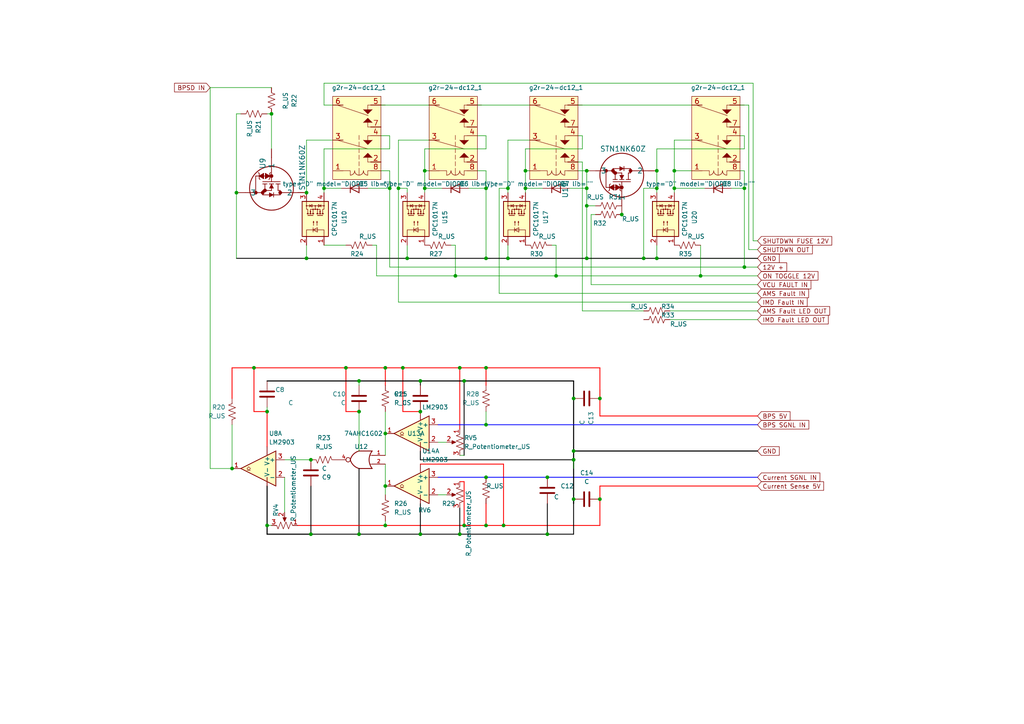
<source format=kicad_sch>
(kicad_sch (version 20211123) (generator eeschema)
  (paper "A4")
  (lib_symbols
    (symbol "74xGxx:74AHC1G02" (pin_names (offset 1.016))
      (property "Reference" "U" (at -2.54 3.81 0))
      (property "Value" "74AHC1G02" (at 0 -3.81 0))
      (symbol "74AHC1G02_0_1"
        (arc (start -3.81 -2.54) (mid -2.919 0) (end -3.81 2.54) (stroke (width 0.254)))
        (arc (start 0 -2.54) (mid 1.5993 -1.6027) (end 2.54 0) (stroke (width 0.254)))
        (polyline (pts (xy -3.81 -1.27) (xy -3.175 -1.27)))
        (polyline (pts (xy -3.81 1.27) (xy -3.175 1.27)))
        (polyline (pts (xy 0 -2.54) (xy -3.81 -2.54)) (stroke (width 0.254)) (fill (type background)))
        (polyline (pts (xy 0 2.54) (xy -3.81 2.54)) (stroke (width 0.254)) (fill (type background)))
        (arc (start 2.54 0) (mid 1.6119 1.6152) (end 0 2.54) (stroke (width 0.254)))
      )
      (symbol "74AHC1G02_1_1"
        (pin input line (at -7.62 1.27 0) (length 3.81) (name "~") (number "1"))
        (pin input line (at -7.62 -1.27 0) (length 3.81) (name "~") (number "2"))
        (pin power_in line (at 0 -2.54 270) (length 0) hide (name "GND") (number "3"))
        (pin output inverted (at 6.35 0 180) (length 3.81) (name "~") (number "4"))
        (pin power_in line (at 0 2.54 90) (length 0) hide (name "VCC") (number "5"))
      )
    )
    (symbol "Device:C" (pin_numbers hide) (pin_names (offset 0.254))
      (property "Reference" "C" (at 0.635 2.54 0))
      (property "Value" "C" (at 0.635 -2.54 0))
      (symbol "C_0_1"
        (polyline (pts (xy -2.032 -0.762) (xy 2.032 -0.762)) (stroke (width 0.508)))
        (polyline (pts (xy -2.032 0.762) (xy 2.032 0.762)) (stroke (width 0.508)))
      )
      (symbol "C_1_1"
        (pin passive line (at 0 3.81 270) (length 2.794) (name "~") (number "1"))
        (pin passive line (at 0 -3.81 90) (length 2.794) (name "~") (number "2"))
      )
    )
    (symbol "Device:R_Potentiometer_US" (pin_names (offset 1.016) hide)
      (property "Reference" "RV" (at -4.445 0 90))
      (property "Value" "R_Potentiometer_US" (at -2.54 0 90))
      (symbol "R_Potentiometer_US_0_1"
        (polyline (pts (xy 0 -2.286) (xy 0 -2.54)))
        (polyline (pts (xy 0 2.54) (xy 0 2.286)))
        (polyline (pts (xy 2.54 0) (xy 1.524 0)))
        (polyline (pts (xy 1.143 0) (xy 2.286 0.508) (xy 2.286 -0.508) (xy 1.143 0)) (fill (type outline)))
        (polyline (pts (xy 0 -0.762) (xy 1.016 -1.143) (xy 0 -1.524) (xy -1.016 -1.905) (xy 0 -2.286)))
        (polyline (pts (xy 0 0.762) (xy 1.016 0.381) (xy 0 0) (xy -1.016 -0.381) (xy 0 -0.762)))
        (polyline (pts (xy 0 2.286) (xy 1.016 1.905) (xy 0 1.524) (xy -1.016 1.143) (xy 0 0.762)))
      )
      (symbol "R_Potentiometer_US_1_1"
        (pin passive line (at 0 3.81 270) (length 1.27) (name "1") (number "1"))
        (pin passive line (at 3.81 0 180) (length 1.27) (name "2") (number "2"))
        (pin passive line (at 0 -3.81 90) (length 1.27) (name "3") (number "3"))
      )
    )
    (symbol "Device:R_US" (pin_numbers hide) (pin_names (offset 0))
      (property "Reference" "R" (at 2.54 0 90))
      (property "Value" "R_US" (at -2.54 0 90))
      (symbol "R_US_0_1"
        (polyline (pts (xy 0 -2.286) (xy 0 -2.54)))
        (polyline (pts (xy 0 2.286) (xy 0 2.54)))
        (polyline (pts (xy 0 -0.762) (xy 1.016 -1.143) (xy 0 -1.524) (xy -1.016 -1.905) (xy 0 -2.286)))
        (polyline (pts (xy 0 0.762) (xy 1.016 0.381) (xy 0 0) (xy -1.016 -0.381) (xy 0 -0.762)))
        (polyline (pts (xy 0 2.286) (xy 1.016 1.905) (xy 0 1.524) (xy -1.016 1.143) (xy 0 0.762)))
      )
      (symbol "R_US_1_1"
        (pin passive line (at 0 3.81 270) (length 1.27) (name "~") (number "1"))
        (pin passive line (at 0 -3.81 90) (length 1.27) (name "~") (number "2"))
      )
    )
    (symbol "FSAE DMS-23 Components:LM2903" (pin_names (offset 0.127))
      (property "Reference" "U" (at 3.81 3.81 0))
      (property "Value" "LM2903" (at 6.35 -3.81 0))
      (symbol "LM2903_0_0"
        (text "" (at -2.54 -5.08 0) (effects (font (size 1.27 1.27))))
      )
      (symbol "LM2903_1_1"
        (polyline (pts (xy -5.08 5.08) (xy 5.08 0) (xy -5.08 -5.08) (xy -5.08 5.08)) (stroke (width 0.254)) (fill (type background)))
        (polyline (pts (xy 3.302 -0.508) (xy 2.794 -0.508) (xy 3.302 0) (xy 2.794 0.508) (xy 2.286 0) (xy 2.794 -0.508) (xy 2.286 -0.508)) (stroke (width 0.127)))
        (pin input line (at -2.54 6.35 270) (length 2.54) (name "V+") (number ""))
        (pin input line (at -2.54 -5.08 90) (length 2.54) (name "V-") (number ""))
        (pin open_collector line (at 7.62 0 180) (length 2.54) (name "~") (number "1"))
        (pin input line (at -7.62 -2.54 0) (length 2.54) (name "-") (number "2"))
        (pin input line (at -7.62 2.54 0) (length 2.54) (name "+") (number "3"))
      )
      (symbol "LM2903_2_1"
        (polyline (pts (xy -5.08 5.08) (xy 5.08 0) (xy -5.08 -5.08) (xy -5.08 5.08)) (stroke (width 0.254)) (fill (type background)))
        (polyline (pts (xy 3.302 -0.508) (xy 2.794 -0.508) (xy 3.302 0) (xy 2.794 0.508) (xy 2.286 0) (xy 2.794 -0.508) (xy 2.286 -0.508)) (stroke (width 0.127)))
        (pin input line (at -7.62 2.54 0) (length 2.54) (name "+") (number "5"))
        (pin input line (at -7.62 -2.54 0) (length 2.54) (name "-") (number "6"))
        (pin open_collector line (at 7.62 0 180) (length 2.54) (name "~") (number "7"))
      )
      (symbol "LM2903_3_1"
        (pin power_in line (at -2.54 -7.62 90) (length 3.81) (name "V-") (number "4"))
        (pin power_in line (at -2.54 7.62 270) (length 3.81) (name "V+") (number "8"))
      )
    )
    (symbol "FSAE DMS-23 Components:g2r-24-dc12_1"
      (property "Value" "g2r-24-dc12_1" (at 5.08 38.1 0))
      (symbol "g2r-24-dc12_1_0_1"
        (rectangle (start -7.62 0) (end 6.35 -24.13) (fill (type background)))
      )
      (symbol "g2r-24-dc12_1_1_1"
        (arc (start -1.27 -2.54) (mid -0.372 -0.372) (end -2.54 -1.27))
        (arc (start 0 -1.27) (mid -2.168 -0.372) (end -1.27 -2.54))
        (polyline (pts (xy -6.35 -21.59) (xy 2.667 -18.542)) (stroke (width 0.127)))
        (polyline (pts (xy -6.35 -11.43) (xy 2.54 -8.89)) (stroke (width 0.127)))
        (polyline (pts (xy -2.54 -2.54) (xy -7.62 -2.54)) (stroke (width 0.127)))
        (polyline (pts (xy -2.54 -1.27) (xy -2.54 -2.54)) (stroke (width 0.127)))
        (polyline (pts (xy 0 -11.557) (xy 0 -12.827)) (stroke (width 0.127)))
        (polyline (pts (xy 0 -9.652) (xy 0 -10.922)) (stroke (width 0.127)))
        (polyline (pts (xy 0 -7.747) (xy 0 -9.017)) (stroke (width 0.127)))
        (polyline (pts (xy 0 -5.842) (xy 0 -7.112)) (stroke (width 0.127)))
        (polyline (pts (xy 0 -5.207) (xy 0 -3.937)) (stroke (width 0.127)))
        (polyline (pts (xy 0 -1.27) (xy 0 -3.302)) (stroke (width 0.127)))
        (polyline (pts (xy 2.54 -21.59) (xy 2.54 -19.05)) (stroke (width 0.127)))
        (polyline (pts (xy 2.54 -17.78) (xy 2.54 -15.24)) (stroke (width 0.127)))
        (polyline (pts (xy 2.54 -15.24) (xy 6.35 -15.24)) (stroke (width 0.127)))
        (polyline (pts (xy 2.54 -12.7) (xy 2.54 -10.16)) (stroke (width 0.127)))
        (polyline (pts (xy 2.54 -7.62) (xy 2.54 -5.08)) (stroke (width 0.127)))
        (polyline (pts (xy 2.54 -5.08) (xy 6.35 -5.08)) (stroke (width 0.127)))
        (polyline (pts (xy 2.54 -2.54) (xy 6.35 -2.54)) (stroke (width 0.127)))
        (polyline (pts (xy 2.54 -1.27) (xy 2.54 -2.54)) (stroke (width 0.127)))
        (polyline (pts (xy 6.35 -12.7) (xy 2.54 -12.7)) (stroke (width 0.127)))
        (polyline (pts (xy 7.62 -21.59) (xy 2.54 -21.59)) (stroke (width 0.127)))
        (polyline (pts (xy 1.27 -20.32) (xy 1.27 -20.32) (xy 2.54 -19.05) (xy 3.81 -20.32)) (fill (type outline)))
        (polyline (pts (xy 1.27 -11.43) (xy 1.27 -11.43) (xy 2.54 -10.16) (xy 3.81 -11.43)) (fill (type outline)))
        (polyline (pts (xy 3.81 -16.51) (xy 3.81 -16.51) (xy 2.54 -17.78) (xy 1.27 -16.51)) (fill (type outline)))
        (polyline (pts (xy 3.81 -6.35) (xy 3.81 -6.35) (xy 2.54 -7.62) (xy 1.27 -6.35)) (fill (type outline)))
        (arc (start 1.27 -2.54) (mid 2.168 -0.372) (end 0 -1.27))
        (arc (start 2.54 -1.27) (mid 0.372 -0.372) (end 1.27 -2.54))
        (pin unspecified line (at -7.62 -2.54 0) (length 3) (name "") (number "1"))
        (pin unspecified line (at 6.35 -5.08 180) (length 3) (name "") (number "2"))
        (pin unspecified line (at -7.62 -11.43 0) (length 3) (name "") (number "3"))
        (pin unspecified line (at 6.35 -12.7 180) (length 3) (name "") (number "4"))
        (pin unspecified line (at 6.35 -21.59 180) (length 3) (name "") (number "5"))
        (pin unspecified line (at -7.62 -21.59 0) (length 3) (name "") (number "6"))
        (pin unspecified line (at 6.35 -15.24 180) (length 3) (name "") (number "7"))
        (pin unspecified line (at 6.35 -2.54 180) (length 3) (name "") (number "8"))
      )
    )
    (symbol "PCM:STN1NK60Z" (pin_numbers hide) (pin_names (offset 1.524))
      (property "Reference" "U?" (at 2.159 -16.4084 0))
      (property "Value" "STN1NK60Z" (at -1.651 -16.4084 0))
      (symbol "STN1NK60Z_1_1"
        (polyline (pts (xy 0 0) (xy 6.985 0)) (stroke (width 0.2032)))
        (polyline (pts (xy 4.572 -3.556) (xy 4.318 -3.81)) (stroke (width 0.2032)))
        (polyline (pts (xy 4.572 -3.556) (xy 6.096 -3.556)) (stroke (width 0.2032)))
        (polyline (pts (xy 4.572 -2.286) (xy 5.334 -3.556)) (stroke (width 0.2032)))
        (polyline (pts (xy 4.572 -1.778) (xy 6.096 -1.778)) (stroke (width 0.2032)))
        (polyline (pts (xy 4.572 -0.508) (xy 4.318 -0.254)) (stroke (width 0.2032)))
        (polyline (pts (xy 4.572 -0.508) (xy 6.096 -0.508)) (stroke (width 0.2032)))
        (polyline (pts (xy 5.334 -4.572) (xy 5.334 0)) (stroke (width 0.2032)))
        (polyline (pts (xy 5.334 -3.556) (xy 6.096 -2.286)) (stroke (width 0.2032)))
        (polyline (pts (xy 5.334 -0.508) (xy 4.572 -1.778)) (stroke (width 0.2032)))
        (polyline (pts (xy 6.096 -3.556) (xy 6.35 -3.302)) (stroke (width 0.2032)))
        (polyline (pts (xy 6.096 -2.286) (xy 4.572 -2.286)) (stroke (width 0.2032)))
        (polyline (pts (xy 6.096 -1.778) (xy 5.334 -0.508)) (stroke (width 0.2032)))
        (polyline (pts (xy 6.096 -0.508) (xy 6.35 -0.762)) (stroke (width 0.2032)))
        (polyline (pts (xy 6.985 -2.54) (xy 6.985 2.54)) (stroke (width 0.2032)))
        (polyline (pts (xy 7.62 -2.54) (xy 7.62 -1.27)) (stroke (width 0.2032)))
        (polyline (pts (xy 7.62 -1.905) (xy 9.525 -1.905)) (stroke (width 0.2032)))
        (polyline (pts (xy 7.62 -0.635) (xy 7.62 0.635)) (stroke (width 0.2032)))
        (polyline (pts (xy 7.62 1.27) (xy 7.62 2.54)) (stroke (width 0.2032)))
        (polyline (pts (xy 7.62 1.905) (xy 9.525 1.905)) (stroke (width 0.2032)))
        (polyline (pts (xy 8.89 0) (xy 9.525 0)) (stroke (width 0.2032)))
        (polyline (pts (xy 9.525 -2.54) (xy 9.525 0)) (stroke (width 0.2032)))
        (polyline (pts (xy 9.525 -2.54) (xy 10.795 -2.54)) (stroke (width 0.2032)))
        (polyline (pts (xy 9.525 1.905) (xy 9.525 2.54)) (stroke (width 0.2032)))
        (polyline (pts (xy 9.525 2.54) (xy 10.795 2.54)) (stroke (width 0.2032)))
        (polyline (pts (xy 10.16 -4.572) (xy 5.334 -4.572)) (stroke (width 0.2032)))
        (polyline (pts (xy 10.16 -2.54) (xy 10.16 -7.62)) (stroke (width 0.2032)))
        (polyline (pts (xy 10.16 9.398) (xy 10.16 2.54)) (stroke (width 0.2032)))
        (polyline (pts (xy 10.795 -2.54) (xy 10.795 -0.635)) (stroke (width 0.2032)))
        (polyline (pts (xy 10.795 0.635) (xy 10.795 2.54)) (stroke (width 0.2032)))
        (polyline (pts (xy 11.43 0.635) (xy 10.16 0.635)) (stroke (width 0.2032)))
        (polyline (pts (xy 5.334 -0.508) (xy 5.08 -1.778) (xy 5.334 -0.508)) (fill (type outline)))
        (polyline (pts (xy 4.572 -2.286) (xy 5.334 -3.556) (xy 6.096 -2.286) (xy 4.572 -2.286)) (fill (type outline)))
        (polyline (pts (xy 5.334 -0.508) (xy 4.572 -1.778) (xy 6.096 -1.778) (xy 5.334 -0.508)) (fill (type outline)))
        (polyline (pts (xy 8.89 0.635) (xy 7.62 0) (xy 8.89 -0.635) (xy 8.89 0.635)) (stroke (width 0.0254)) (fill (type outline)))
        (polyline (pts (xy 11.43 -0.635) (xy 10.16 -0.635) (xy 10.795 0.635) (xy 11.43 -0.635)) (stroke (width 0.0254)) (fill (type outline)))
        (circle (center 5.334 0) (radius 0.0254) (stroke (width 0.508)))
        (circle (center 8.89 0) (radius 6.35) (stroke (width 0.254)))
        (circle (center 9.525 -1.905) (radius 0.0254) (stroke (width 0.508)))
        (circle (center 10.16 -4.572) (radius 0.0254) (stroke (width 0.508)))
        (circle (center 10.16 -2.54) (radius 0.0254) (stroke (width 0.508)))
        (circle (center 10.16 2.54) (radius 0.0254) (stroke (width 0.508)))
        (pin unspecified line (at -2.54 0 0) (length 2.54) (name "1") (number "1"))
        (pin unspecified line (at 10.16 10.16 270) (length 2.54) (name "2") (number "2"))
        (pin unspecified line (at 10.16 -10.16 90) (length 2.54) (name "3") (number "3"))
      )
    )
    (symbol "Relay_SolidState:CPC1017N"
      (property "Reference" "U" (at -5.08 5.08 0))
      (property "Value" "CPC1017N" (at 0 5.08 0))
      (symbol "CPC1017N_0_1"
        (rectangle (start -5.08 3.81) (end 5.08 -3.81) (stroke (width 0.254)) (fill (type background)))
        (polyline (pts (xy -3.81 -0.635) (xy -2.54 -0.635)))
        (polyline (pts (xy 1.016 -0.635) (xy 1.016 -2.159)) (stroke (width 0.2032)))
        (polyline (pts (xy 1.016 2.159) (xy 1.016 0.635)) (stroke (width 0.2032)))
        (polyline (pts (xy 1.524 -0.508) (xy 1.524 -0.762)) (stroke (width 0.3556)))
        (polyline (pts (xy 2.794 0) (xy 3.81 0)))
        (polyline (pts (xy 3.429 -1.651) (xy 4.191 -1.651)))
        (polyline (pts (xy 3.429 1.651) (xy 4.191 1.651)))
        (polyline (pts (xy 3.81 -2.54) (xy 3.81 2.54)))
        (polyline (pts (xy 1.524 -2.032) (xy 1.524 -2.286) (xy 1.524 -2.286)) (stroke (width 0.3556)))
        (polyline (pts (xy 1.524 -1.27) (xy 1.524 -1.524) (xy 1.524 -1.524)) (stroke (width 0.3556)))
        (polyline (pts (xy 1.524 0.762) (xy 1.524 0.508) (xy 1.524 0.508)) (stroke (width 0.3556)))
        (polyline (pts (xy 1.524 1.524) (xy 1.524 1.27) (xy 1.524 1.27)) (stroke (width 0.3556)))
        (polyline (pts (xy 1.524 2.286) (xy 1.524 2.032) (xy 1.524 2.032)) (stroke (width 0.3556)))
        (polyline (pts (xy 1.651 -1.397) (xy 2.794 -1.397) (xy 2.794 -0.635)))
        (polyline (pts (xy 1.651 1.397) (xy 2.794 1.397) (xy 2.794 0.635)))
        (polyline (pts (xy -5.08 2.54) (xy -3.175 2.54) (xy -3.175 -2.54) (xy -5.08 -2.54)))
        (polyline (pts (xy -3.175 -0.635) (xy -3.81 0.635) (xy -2.54 0.635) (xy -3.175 -0.635)))
        (polyline (pts (xy 1.651 -2.159) (xy 2.794 -2.159) (xy 2.794 -2.54) (xy 5.08 -2.54)))
        (polyline (pts (xy 1.651 -0.635) (xy 2.794 -0.635) (xy 2.794 0.635) (xy 1.651 0.635)))
        (polyline (pts (xy 1.651 2.159) (xy 2.794 2.159) (xy 2.794 2.54) (xy 5.08 2.54)))
        (polyline (pts (xy 1.778 -1.397) (xy 2.286 -1.27) (xy 2.286 -1.524) (xy 1.778 -1.397)))
        (polyline (pts (xy 1.778 1.397) (xy 2.286 1.524) (xy 2.286 1.27) (xy 1.778 1.397)))
        (polyline (pts (xy 3.81 -1.651) (xy 3.429 -0.889) (xy 4.191 -0.889) (xy 3.81 -1.651)))
        (polyline (pts (xy 3.81 1.651) (xy 3.429 0.889) (xy 4.191 0.889) (xy 3.81 1.651)))
        (polyline (pts (xy -1.905 -0.508) (xy -0.635 -0.508) (xy -1.016 -0.635) (xy -1.016 -0.381) (xy -0.635 -0.508)))
        (polyline (pts (xy -1.905 0.508) (xy -0.635 0.508) (xy -1.016 0.381) (xy -1.016 0.635) (xy -0.635 0.508)))
        (circle (center 2.794 -0.635) (radius 0.127))
        (circle (center 2.794 0) (radius 0.127))
        (circle (center 2.794 0.635) (radius 0.127))
        (circle (center 3.81 -2.54) (radius 0.127))
        (circle (center 3.81 0) (radius 0.127))
        (circle (center 3.81 2.54) (radius 0.127))
      )
      (symbol "CPC1017N_1_1"
        (pin passive line (at -7.62 2.54 0) (length 2.54) (name "~") (number "1"))
        (pin passive line (at -7.62 -2.54 0) (length 2.54) (name "~") (number "2"))
        (pin passive line (at 7.62 -2.54 180) (length 2.54) (name "~") (number "3"))
        (pin passive line (at 7.62 2.54 180) (length 2.54) (name "~") (number "4"))
      )
    )
    (symbol "Simulation_SPICE:DIODE" (pin_numbers hide) (pin_names (offset 1.016) hide)
      (property "Reference" "D" (at 0 2.54 0))
      (property "Value" "DIODE" (at 0 -2.54 0))
      (symbol "DIODE_0_1"
        (polyline (pts (xy 1.27 0) (xy -1.27 0)))
        (polyline (pts (xy 1.27 1.27) (xy 1.27 -1.27)) (stroke (width 0.254)))
        (polyline (pts (xy -1.27 -1.27) (xy -1.27 1.27) (xy 1.27 0) (xy -1.27 -1.27)) (stroke (width 0.254)))
      )
      (symbol "DIODE_1_1"
        (pin passive line (at -3.81 0 0) (length 2.54) (name "A") (number "1"))
        (pin passive line (at 3.81 0 180) (length 2.54) (name "K") (number "2"))
      )
    )
  )
  (junction (at 215.9 54.61))
  (junction (at 166.37 144.78))
  (junction (at 116.84 106.68))
  (junction (at 140.97 152.4))
  (junction (at 215.9 77.47))
  (junction (at 111.76 125.73))
  (junction (at 134.62 110.49))
  (junction (at 121.92 110.49))
  (junction (at 180.34 62.23))
  (junction (at 190.5 54.61))
  (junction (at 140.97 123.19))
  (junction (at 147.32 74.93))
  (junction (at 77.47 119.38))
  (junction (at 104.14 110.49))
  (junction (at 133.35 106.68))
  (junction (at 152.4 54.61))
  (junction (at 123.19 54.61))
  (junction (at 190.5 74.93))
  (junction (at 195.58 54.61))
  (junction (at 67.31 135.89))
  (junction (at 161.29 80.01))
  (junction (at 140.97 138.43))
  (junction (at 170.18 49.53))
  (junction (at 147.32 54.61))
  (junction (at 166.37 133.35))
  (junction (at 132.08 80.01))
  (junction (at 123.19 49.53))
  (junction (at 78.74 33.02))
  (junction (at 118.11 74.93))
  (junction (at 170.18 54.61))
  (junction (at 140.97 54.61))
  (junction (at 134.62 152.4))
  (junction (at 93.98 54.61))
  (junction (at 158.75 154.94))
  (junction (at 88.9 74.93))
  (junction (at 133.35 154.94))
  (junction (at 90.17 154.94))
  (junction (at 173.99 144.78))
  (junction (at 111.76 106.68))
  (junction (at 146.05 152.4))
  (junction (at 90.17 133.35))
  (junction (at 115.57 54.61))
  (junction (at 166.37 115.57))
  (junction (at 170.18 59.69))
  (junction (at 121.92 154.94))
  (junction (at 152.4 49.53))
  (junction (at 104.14 119.38))
  (junction (at 121.92 119.38))
  (junction (at 140.97 74.93))
  (junction (at 170.18 74.93))
  (junction (at 158.75 138.43))
  (junction (at 77.47 152.4))
  (junction (at 195.58 49.53))
  (junction (at 173.99 115.57))
  (junction (at 113.03 54.61))
  (junction (at 88.9 55.88))
  (junction (at 203.2 80.01))
  (junction (at 186.69 74.93))
  (junction (at 100.33 106.68))
  (junction (at 111.76 152.4))
  (junction (at 111.76 140.97))
  (junction (at 104.14 154.94))
  (junction (at 68.58 55.88))
  (junction (at 190.5 49.53))
  (junction (at 73.66 106.68))
  (junction (at 140.97 106.68))
  (junction (at 166.37 130.81))
  (wire (pts (xy 170.18 74.93) (xy 186.69 74.93)))
  (wire (pts (xy 152.4 49.53) (xy 153.67 49.53)))
  (wire (pts (xy 217.17 72.39) (xy 219.71 72.39)))
  (wire (pts (xy 186.69 54.61) (xy 186.69 74.93)))
  (wire (pts (xy 140.97 49.53) (xy 138.43 49.53)))
  (wire (pts (xy 190.5 74.93) (xy 219.71 74.93)))
  (wire (pts (xy 73.66 106.68) (xy 100.33 106.68)) (stroke (width 0.25) (color 255 0 0 1)))
  (wire (pts (xy 134.62 152.4) (xy 140.97 152.4)) (stroke (width 0.25) (color 255 0 0 1)))
  (wire (pts (xy 195.58 54.61) (xy 195.58 55.88)))
  (wire (pts (xy 69.85 33.02) (xy 68.58 33.02)))
  (wire (pts (xy 212.09 54.61) (xy 215.9 54.61)))
  (wire (pts (xy 104.14 154.94) (xy 121.92 154.94)) (stroke (width 0.25) (color 0 0 0 1)))
  (wire (pts (xy 109.22 71.12) (xy 107.95 71.12)))
  (wire (pts (xy 123.19 54.61) (xy 128.27 54.61)))
  (wire (pts (xy 78.74 33.02) (xy 77.47 33.02)))
  (wire (pts (xy 88.9 40.64) (xy 88.9 55.88)))
  (wire (pts (xy 168.91 39.37) (xy 168.91 43.18)))
  (wire (pts (xy 190.5 43.18) (xy 190.5 49.53)))
  (wire (pts (xy 166.37 115.57) (xy 166.37 113.03)))
  (wire (pts (xy 170.18 74.93) (xy 186.69 74.93)) (stroke (width 0.25) (color 0 0 0 1)))
  (wire (pts (xy 109.22 71.12) (xy 109.22 80.01)))
  (wire (pts (xy 60.96 25.4) (xy 78.74 25.4)))
  (wire (pts (xy 166.37 130.81) (xy 166.37 133.35)) (stroke (width 0.3) (color 0 0 0 1)))
  (wire (pts (xy 93.98 43.18) (xy 93.98 54.61)))
  (wire (pts (xy 88.9 40.64) (xy 96.52 40.64)))
  (wire (pts (xy 138.43 39.37) (xy 140.97 39.37)))
  (wire (pts (xy 215.9 39.37) (xy 215.9 43.18)))
  (wire (pts (xy 166.37 110.49) (xy 134.62 110.49)) (stroke (width 0.3) (color 0 0 0 1)))
  (wire (pts (xy 127 128.27) (xy 129.54 128.27)))
  (wire (pts (xy 116.84 119.38) (xy 116.84 106.68)) (stroke (width 0.25) (color 255 0 0 1)))
  (wire (pts (xy 173.99 115.57) (xy 173.99 120.65)) (stroke (width 0.25) (color 255 0 0 1)))
  (wire (pts (xy 68.58 74.93) (xy 88.9 74.93)) (stroke (width 0.25) (color 0 0 0 1)))
  (wire (pts (xy 109.22 80.01) (xy 132.08 80.01)))
  (wire (pts (xy 104.14 135.89) (xy 104.14 154.94)) (stroke (width 0.25) (color 0 0 0 1)))
  (wire (pts (xy 168.91 90.17) (xy 186.69 90.17)))
  (wire (pts (xy 214.63 49.53) (xy 215.9 49.53)))
  (wire (pts (xy 93.98 30.48) (xy 96.52 30.48)))
  (wire (pts (xy 113.03 49.53) (xy 113.03 54.61)))
  (wire (pts (xy 111.76 119.38) (xy 111.76 125.73)))
  (wire (pts (xy 133.35 106.68) (xy 140.97 106.68)) (stroke (width 0.25) (color 255 0 0 1)))
  (wire (pts (xy 190.5 49.53) (xy 190.5 54.61)))
  (wire (pts (xy 67.31 135.89) (xy 60.96 135.89)))
  (wire (pts (xy 167.64 49.53) (xy 170.18 49.53)))
  (wire (pts (xy 93.98 54.61) (xy 93.98 55.88)))
  (wire (pts (xy 133.35 147.32) (xy 133.35 154.94)) (stroke (width 0.25) (color 0 0 0 1)))
  (wire (pts (xy 171.45 82.55) (xy 219.71 82.55)))
  (wire (pts (xy 138.43 30.48) (xy 153.67 30.48)))
  (wire (pts (xy 93.98 24.13) (xy 218.44 24.13)))
  (wire (pts (xy 121.92 134.62) (xy 146.05 134.62)) (stroke (width 0.25) (color 255 0 0 1)))
  (wire (pts (xy 133.35 154.94) (xy 158.75 154.94)) (stroke (width 0.25) (color 0 0 0 1)))
  (wire (pts (xy 77.47 119.38) (xy 73.66 119.38)) (stroke (width 0.25) (color 255 0 0 1)))
  (wire (pts (xy 100.33 119.38) (xy 100.33 106.68)) (stroke (width 0.25) (color 255 0 0 1)))
  (wire (pts (xy 82.55 138.43) (xy 82.55 148.59)))
  (wire (pts (xy 93.98 43.18) (xy 113.03 43.18)))
  (wire (pts (xy 171.45 62.23) (xy 172.72 62.23)))
  (wire (pts (xy 111.76 152.4) (xy 134.62 152.4)) (stroke (width 0.25) (color 255 0 0 1)))
  (wire (pts (xy 77.47 152.4) (xy 78.74 152.4)))
  (wire (pts (xy 140.97 123.19) (xy 219.71 123.19)) (stroke (width 0.24) (color 0 0 255 1)))
  (wire (pts (xy 219.71 140.97) (xy 173.99 140.97)) (stroke (width 0.25) (color 255 0 0 1)))
  (wire (pts (xy 113.03 43.18) (xy 113.03 39.37)))
  (wire (pts (xy 166.37 130.81) (xy 166.37 129.54)))
  (wire (pts (xy 214.63 30.48) (xy 217.17 30.48)))
  (wire (pts (xy 110.49 49.53) (xy 113.03 49.53)))
  (wire (pts (xy 203.2 71.12) (xy 203.2 80.01)))
  (wire (pts (xy 130.81 71.12) (xy 132.08 71.12)))
  (wire (pts (xy 67.31 123.19) (xy 67.31 135.89)))
  (wire (pts (xy 147.32 54.61) (xy 144.78 54.61)))
  (wire (pts (xy 68.58 55.88) (xy 68.58 74.93)))
  (wire (pts (xy 152.4 54.61) (xy 152.4 55.88)))
  (wire (pts (xy 146.05 134.62) (xy 146.05 152.4)) (stroke (width 0.25) (color 255 0 0 1)))
  (wire (pts (xy 147.32 74.93) (xy 170.18 74.93)) (stroke (width 0.25) (color 0 0 0 1)))
  (wire (pts (xy 167.64 46.99) (xy 168.91 46.99)))
  (wire (pts (xy 173.99 144.78) (xy 173.99 152.4)) (stroke (width 0.25) (color 255 0 0 1)))
  (wire (pts (xy 195.58 54.61) (xy 204.47 54.61)))
  (wire (pts (xy 173.99 115.57) (xy 173.99 113.03)))
  (wire (pts (xy 161.29 71.12) (xy 161.29 80.01)))
  (wire (pts (xy 111.76 106.68) (xy 116.84 106.68)) (stroke (width 0.25) (color 255 0 0 1)))
  (wire (pts (xy 134.62 110.49) (xy 121.92 110.49)) (stroke (width 0.3) (color 0 0 0 1)))
  (wire (pts (xy 144.78 54.61) (xy 144.78 85.09)))
  (wire (pts (xy 93.98 54.61) (xy 99.06 54.61)))
  (wire (pts (xy 190.5 74.93) (xy 219.71 74.93)) (stroke (width 0.25) (color 0 0 0 1)))
  (wire (pts (xy 140.97 54.61) (xy 140.97 74.93)))
  (wire (pts (xy 219.71 130.81) (xy 166.37 130.81)) (stroke (width 0.3) (color 0 0 0 1)))
  (wire (pts (xy 115.57 87.63) (xy 219.71 87.63)))
  (wire (pts (xy 121.92 110.49) (xy 104.14 110.49)) (stroke (width 0.3) (color 0 0 0 1)))
  (wire (pts (xy 133.35 132.08) (xy 134.62 132.08)))
  (wire (pts (xy 77.47 140.97) (xy 77.47 152.4)) (stroke (width 0.3) (color 0 0 0 1)))
  (wire (pts (xy 110.49 30.48) (xy 124.46 30.48)))
  (wire (pts (xy 132.08 80.01) (xy 161.29 80.01)))
  (wire (pts (xy 215.9 54.61) (xy 215.9 77.47)))
  (wire (pts (xy 111.76 125.73) (xy 111.76 132.08)))
  (wire (pts (xy 158.75 154.94) (xy 166.37 154.94)) (stroke (width 0.25) (color 0 0 0 1)))
  (wire (pts (xy 166.37 135.89) (xy 166.37 133.35)))
  (wire (pts (xy 173.99 106.68) (xy 173.99 115.57)) (stroke (width 0.25) (color 255 0 0 1)))
  (wire (pts (xy 167.64 30.48) (xy 200.66 30.48)))
  (wire (pts (xy 118.11 74.93) (xy 140.97 74.93)) (stroke (width 0.25) (color 0 0 0 1)))
  (wire (pts (xy 115.57 40.64) (xy 115.57 54.61)))
  (wire (pts (xy 113.03 39.37) (xy 110.49 39.37)))
  (wire (pts (xy 194.31 92.71) (xy 219.71 92.71)))
  (wire (pts (xy 219.71 138.43) (xy 158.75 138.43)) (stroke (width 0.24) (color 0 0 255 1)))
  (wire (pts (xy 170.18 49.53) (xy 170.18 54.61)))
  (wire (pts (xy 140.97 106.68) (xy 140.97 111.76)) (stroke (width 0.25) (color 255 0 0 1)))
  (wire (pts (xy 77.47 119.38) (xy 77.47 118.11)))
  (wire (pts (xy 218.44 69.85) (xy 219.71 69.85)))
  (wire (pts (xy 140.97 39.37) (xy 140.97 43.18)))
  (wire (pts (xy 115.57 54.61) (xy 115.57 87.63)))
  (wire (pts (xy 123.19 49.53) (xy 123.19 54.61)))
  (wire (pts (xy 190.5 55.88) (xy 190.5 54.61)))
  (wire (pts (xy 93.98 24.13) (xy 93.98 30.48)))
  (wire (pts (xy 140.97 106.68) (xy 173.99 106.68)) (stroke (width 0.25) (color 255 0 0 1)))
  (wire (pts (xy 152.4 49.53) (xy 152.4 54.61)))
  (wire (pts (xy 215.9 77.47) (xy 219.71 77.47)))
  (wire (pts (xy 121.92 133.35) (xy 166.37 133.35)) (stroke (width 0.25) (color 0 0 0 1)))
  (wire (pts (xy 167.64 39.37) (xy 168.91 39.37)))
  (wire (pts (xy 200.66 40.64) (xy 195.58 40.64)))
  (wire (pts (xy 113.03 77.47) (xy 215.9 77.47)))
  (wire (pts (xy 111.76 134.62) (xy 111.76 140.97)))
  (wire (pts (xy 111.76 152.4) (xy 86.36 152.4)) (stroke (width 0.25) (color 255 0 0 1)))
  (wire (pts (xy 166.37 144.78) (xy 166.37 146.05)) (stroke (width 0.3) (color 0 0 0 1)))
  (wire (pts (xy 116.84 106.68) (xy 133.35 106.68)) (stroke (width 0.25) (color 255 0 0 1)))
  (wire (pts (xy 100.33 106.68) (xy 111.76 106.68)) (stroke (width 0.25) (color 255 0 0 1)))
  (wire (pts (xy 140.97 74.93) (xy 142.24 74.93)))
  (wire (pts (xy 104.14 119.38) (xy 100.33 119.38)) (stroke (width 0.25) (color 255 0 0 1)))
  (wire (pts (xy 77.47 119.38) (xy 77.47 129.54)) (stroke (width 0.25) (color 255 0 0 1)))
  (wire (pts (xy 165.1 54.61) (xy 170.18 54.61)))
  (wire (pts (xy 173.99 140.97) (xy 173.99 144.78)) (stroke (width 0.25) (color 255 0 0 1)))
  (wire (pts (xy 195.58 49.53) (xy 195.58 54.61)))
  (wire (pts (xy 217.17 30.48) (xy 217.17 72.39)))
  (wire (pts (xy 104.14 119.38) (xy 104.14 130.81)))
  (wire (pts (xy 118.11 54.61) (xy 118.11 55.88)))
  (wire (pts (xy 121.92 119.38) (xy 116.84 119.38)) (stroke (width 0.25) (color 255 0 0 1)))
  (wire (pts (xy 111.76 151.13) (xy 111.76 152.4)))
  (wire (pts (xy 127 138.43) (xy 140.97 138.43)) (stroke (width 0.24) (color 0 0 255 1)))
  (wire (pts (xy 121.92 130.81) (xy 121.92 133.35)) (stroke (width 0.25) (color 0 0 0 1)))
  (wire (pts (xy 111.76 140.97) (xy 111.76 143.51)))
  (wire (pts (xy 104.14 110.49) (xy 104.14 111.76)))
  (wire (pts (xy 190.5 71.12) (xy 190.5 74.93)))
  (wire (pts (xy 140.97 138.43) (xy 158.75 138.43)) (stroke (width 0.24) (color 0 0 255 1)))
  (wire (pts (xy 168.91 46.99) (xy 168.91 90.17)))
  (wire (pts (xy 173.99 120.65) (xy 219.71 120.65)) (stroke (width 0.25) (color 255 0 0 1)))
  (wire (pts (xy 147.32 40.64) (xy 147.32 54.61)))
  (wire (pts (xy 123.19 49.53) (xy 124.46 49.53)))
  (wire (pts (xy 67.31 115.57) (xy 67.31 106.68)) (stroke (width 0.25) (color 255 0 0 1)))
  (wire (pts (xy 158.75 146.05) (xy 158.75 154.94)) (stroke (width 0.25) (color 0 0 0 1)))
  (wire (pts (xy 104.14 110.49) (xy 77.47 110.49)) (stroke (width 0.3) (color 0 0 0 1)))
  (wire (pts (xy 133.35 106.68) (xy 133.35 124.46)) (stroke (width 0.25) (color 255 0 0 1)))
  (wire (pts (xy 153.67 40.64) (xy 147.32 40.64)))
  (wire (pts (xy 123.19 54.61) (xy 123.19 55.88)))
  (wire (pts (xy 147.32 71.12) (xy 147.32 74.93)))
  (wire (pts (xy 124.46 40.64) (xy 115.57 40.64)))
  (wire (pts (xy 146.05 152.4) (xy 173.99 152.4)) (stroke (width 0.25) (color 255 0 0 1)))
  (wire (pts (xy 111.76 106.68) (xy 111.76 111.76)) (stroke (width 0.25) (color 255 0 0 1)))
  (wire (pts (xy 113.03 54.61) (xy 113.03 77.47)))
  (wire (pts (xy 121.92 154.94) (xy 133.35 154.94)) (stroke (width 0.25) (color 0 0 0 1)))
  (wire (pts (xy 215.9 54.61) (xy 215.9 49.53)))
  (wire (pts (xy 90.17 140.97) (xy 90.17 154.94)) (stroke (width 0.25) (color 0 0 0 1)))
  (wire (pts (xy 140.97 74.93) (xy 147.32 74.93)) (stroke (width 0.25) (color 0 0 0 1)))
  (wire (pts (xy 215.9 43.18) (xy 190.5 43.18)))
  (wire (pts (xy 194.31 90.17) (xy 219.71 90.17)))
  (wire (pts (xy 67.31 106.68) (xy 73.66 106.68)) (stroke (width 0.25) (color 255 0 0 1)))
  (wire (pts (xy 203.2 80.01) (xy 219.71 80.01)))
  (wire (pts (xy 113.03 54.61) (xy 106.68 54.61)))
  (wire (pts (xy 134.62 132.08) (xy 134.62 110.49)) (stroke (width 0.25) (color 0 0 0 1)))
  (wire (pts (xy 171.45 82.55) (xy 171.45 62.23)))
  (wire (pts (xy 166.37 110.49) (xy 166.37 115.57)) (stroke (width 0.3) (color 0 0 0 1)))
  (wire (pts (xy 77.47 154.94) (xy 90.17 154.94)) (stroke (width 0.3) (color 0 0 0 1)))
  (wire (pts (xy 140.97 152.4) (xy 146.05 152.4)) (stroke (width 0.25) (color 255 0 0 1)))
  (wire (pts (xy 166.37 144.78) (xy 166.37 154.94)) (stroke (width 0.25) (color 0 0 0 1)))
  (wire (pts (xy 82.55 133.35) (xy 90.17 133.35)))
  (wire (pts (xy 152.4 54.61) (xy 157.48 54.61)))
  (wire (pts (xy 170.18 59.69) (xy 170.18 74.93)))
  (wire (pts (xy 180.34 59.69) (xy 180.34 62.23)))
  (wire (pts (xy 118.11 74.93) (xy 129.54 74.93)))
  (wire (pts (xy 77.47 152.4) (xy 77.47 154.94)) (stroke (width 0.3) (color 0 0 0 1)))
  (wire (pts (xy 100.33 71.12) (xy 93.98 71.12)))
  (wire (pts (xy 168.91 43.18) (xy 152.4 43.18)))
  (wire (pts (xy 166.37 133.35) (xy 166.37 144.78)) (stroke (width 0.3) (color 0 0 0 1)))
  (wire (pts (xy 60.96 25.4) (xy 60.96 135.89)))
  (wire (pts (xy 132.08 71.12) (xy 132.08 80.01)))
  (wire (pts (xy 170.18 59.69) (xy 172.72 59.69)))
  (wire (pts (xy 140.97 54.61) (xy 140.97 49.53)))
  (wire (pts (xy 133.35 139.7) (xy 134.62 139.7)) (stroke (width 0.25) (color 255 0 0 1)))
  (wire (pts (xy 161.29 80.01) (xy 203.2 80.01)))
  (wire (pts (xy 140.97 119.38) (xy 140.97 123.19)))
  (wire (pts (xy 90.17 154.94) (xy 104.14 154.94)) (stroke (width 0.25) (color 0 0 0 1)))
  (wire (pts (xy 68.58 33.02) (xy 68.58 55.88)))
  (wire (pts (xy 121.92 110.49) (xy 121.92 111.76)) (stroke (width 0.25) (color 0 0 0 1)))
  (wire (pts (xy 190.5 54.61) (xy 186.69 54.61)))
  (wire (pts (xy 166.37 133.35) (xy 166.37 130.81)))
  (wire (pts (xy 195.58 40.64) (xy 195.58 49.53)))
  (wire (pts (xy 121.92 146.05) (xy 121.92 154.94)) (stroke (width 0.25) (color 0 0 0 1)))
  (wire (pts (xy 140.97 146.05) (xy 140.97 152.4)) (stroke (width 0.25) (color 255 0 0 1)))
  (wire (pts (xy 127 123.19) (xy 140.97 123.19)) (stroke (width 0.24) (color 0 0 255 1)))
  (wire (pts (xy 218.44 24.13) (xy 218.44 69.85)))
  (wire (pts (xy 123.19 43.18) (xy 123.19 49.53)))
  (wire (pts (xy 78.74 33.02) (xy 78.74 43.18)))
  (wire (pts (xy 88.9 71.12) (xy 88.9 74.93)))
  (wire (pts (xy 144.78 85.09) (xy 219.71 85.09)))
  (wire (pts (xy 195.58 49.53) (xy 200.66 49.53)))
  (wire (pts (xy 166.37 115.57) (xy 166.37 130.81)) (stroke (width 0.3) (color 0 0 0 1)))
  (wire (pts (xy 214.63 39.37) (xy 215.9 39.37)))
  (wire (pts (xy 152.4 43.18) (xy 152.4 49.53)))
  (wire (pts (xy 127 143.51) (xy 129.54 143.51)))
  (wire (pts (xy 140.97 43.18) (xy 123.19 43.18)))
  (wire (pts (xy 186.69 74.93) (xy 190.5 74.93)) (stroke (width 0.25) (color 0 0 0 1)))
  (wire (pts (xy 147.32 54.61) (xy 147.32 55.88)))
  (wire (pts (xy 118.11 71.12) (xy 118.11 74.93)))
  (wire (pts (xy 135.89 54.61) (xy 140.97 54.61)))
  (wire (pts (xy 134.62 139.7) (xy 134.62 152.4)) (stroke (width 0.25) (color 255 0 0 1)))
  (wire (pts (xy 73.66 119.38) (xy 73.66 106.68)) (stroke (width 0.25) (color 255 0 0 1)))
  (wire (pts (xy 115.57 54.61) (xy 118.11 54.61)))
  (wire (pts (xy 170.18 54.61) (xy 170.18 59.69)))
  (wire (pts (xy 160.02 71.12) (xy 161.29 71.12)))
  (wire (pts (xy 88.9 74.93) (xy 118.11 74.93)) (stroke (width 0.25) (color 0 0 0 1)))
  (global_label "AMS Fault LED OUT" (shape input) (at 219.71 90.17 0) (property "Intersheet References" "${INTERSHEET_REFS}" (effects hide)))
  (global_label "ON TOGGLE 12V" (shape input) (at 219.71 80.01 0) (property "Intersheet References" "${INTERSHEET_REFS}" (effects hide)))
  (global_label "AMS Fault IN" (shape input) (at 219.71 85.09 0) (property "Intersheet References" "${INTERSHEET_REFS}" (effects hide)))
  (global_label "GND" (shape input) (at 219.71 130.81 0) (property "Intersheet References" "${INTERSHEET_REFS}" (effects hide)))
  (global_label "12V +" (shape input) (at 219.71 77.47 0) (property "Intersheet References" "${INTERSHEET_REFS}" (effects hide)))
  (global_label "IMD Fault IN" (shape input) (at 219.71 87.63 0) (property "Intersheet References" "${INTERSHEET_REFS}" (effects hide)))
  (global_label "VCU FAULT IN" (shape input) (at 219.71 82.55 0) (property "Intersheet References" "${INTERSHEET_REFS}" (effects hide)))
  (global_label "Current SGNL IN" (shape input) (at 219.71 138.43 0) (property "Intersheet References" "${INTERSHEET_REFS}" (effects hide)))
  (global_label "BPS SGNL IN" (shape input) (at 219.71 123.19 0) (property "Intersheet References" "${INTERSHEET_REFS}" (effects hide)))
  (global_label "SHUTDWN OUT" (shape input) (at 219.71 72.39 0) (property "Intersheet References" "${INTERSHEET_REFS}" (effects hide)))
  (global_label "BPSD IN" (shape input) (at 60.96 25.4 180) (property "Intersheet References" "${INTERSHEET_REFS}" (effects hide)))
  (global_label "IMD Fault LED OUT" (shape input) (at 219.71 92.71 0) (property "Intersheet References" "${INTERSHEET_REFS}" (effects hide)))
  (global_label "SHUTDWN FUSE 12V" (shape input) (at 219.71 69.85 0) (property "Intersheet References" "${INTERSHEET_REFS}" (effects hide)))
  (global_label "GND" (shape input) (at 219.71 74.93 0) (property "Intersheet References" "${INTERSHEET_REFS}" (effects hide)))
  (global_label "Current Sense 5V" (shape input) (at 219.71 140.97 0) (property "Intersheet References" "${INTERSHEET_REFS}" (effects hide)))
  (global_label "BPS 5V" (shape input) (at 219.71 120.65 0) (property "Intersheet References" "${INTERSHEET_REFS}" (effects hide)))
  (symbol (lib_id "74xGxx:74AHC1G02") (at 104.14 133.35 0) (mirror y) (unit 1)
    (property "Reference" "U12" (at 104.775 129.54 0))
    (property "Value" "74AHC1G02" (at 105.41 125.73 0))
    (property "Footprint" "New_BSPD:74AHC1G02W5-7" (effects hide))
    (property "Datasheet" "http://www.ti.com/lit/sg/scyt129e/scyt129e.pdf" (effects hide))
  )
  (symbol (lib_id "FSAE DMS-23 Components:LM2903") (at 119.38 125.73 0) (mirror y) (unit 1)
    (property "Reference" "U13" (at 118.11 125.73 0) (effects (justify right)))
    (property "Value" "LM2903" (at 122.4406 118.11 0) (effects (justify right)))
    (property "Datasheet" "http://www.ti.com/lit/ds/symlink/lm393.pdf" (effects hide))
  )
  (symbol (lib_id "PCM:STN1NK60Z") (at 78.74 45.72 270) (unit 1)
    (property "Reference" "U9" (at 76.2 45.72 0) (effects (font (size 1.524 1.524)) (justify left)))
    (property "Value" "STN1NK60Z" (at 87.63 41.91 0) (effects (font (size 1.524 1.524)) (justify left)))
    (property "Footprint" "PCM:STN1NK60Z" (effects hide))
  )
  (symbol (lib_id "Device:R_US") (at 67.31 119.38 0) (mirror y) (unit 1)
    (property "Reference" "R20" (at 65.405 118.1099 0) (effects (justify left)))
    (property "Value" "R_US" (at 65.405 120.6499 0) (effects (justify left)))
    (property "Footprint" "Resistor_THT:R_Axial_DIN0309_L9.0mm_D3.2mm_P15.24mm_Horizontal" (effects hide))
  )
  (symbol (lib_id "Device:C") (at 121.92 115.57 0) (mirror y) (unit 1)
    (property "Reference" "C11" (at 118.11 114.2999 0) (effects (justify left)))
    (property "Value" "C" (at 118.11 116.8399 0) (effects (justify left)))
    (property "Footprint" "Capacitor_THT:C_Rect_L7.0mm_W3.5mm_P5.00mm" (effects hide))
  )
  (symbol (lib_id "Device:C") (at 170.18 115.57 270) (mirror x) (unit 1)
    (property "Reference" "C13" (at 171.3992 123.2408 0) (effects (justify left)))
    (property "Value" "C" (at 168.8592 123.2408 0) (effects (justify left)))
    (property "Footprint" "Capacitor_THT:C_Rect_L7.0mm_W3.5mm_P5.00mm" (effects hide))
  )
  (symbol (lib_id "Simulation_SPICE:DIODE") (at 102.87 54.61 0) (mirror y) (unit 1)
    (property "Reference" "D5" (at 105.41 53.34 0))
    (property "Value" "DIODE" (at 97.79 53.34 0))
    (property "Footprint" "Diode_SMD:D_0603_1608Metric" (effects hide))
    (property "Spice_Netlist_Enabled" "Y" (effects hide))
    (property "Spice_Primitive" "D" (effects hide))
  )
  (symbol (lib_id "Device:R_Potentiometer_US") (at 133.35 128.27 0) (mirror y) (unit 1)
    (property "Reference" "RV5" (at 134.62 127 0) (effects (justify right)))
    (property "Value" "R_Potentiometer_US" (at 134.62 129.54 0) (effects (justify right)))
    (property "Footprint" "New_BSPD:3296W-1-332LF (3.3k ohm potentiometer)" (effects hide))
  )
  (symbol (lib_id "Device:R_US") (at 127 71.12 270) (mirror x) (unit 1)
    (property "Reference" "R27" (at 124.46 73.66 90) (effects (justify left)))
    (property "Value" "R_US" (at 127 68.58 90) (effects (justify left)))
    (property "Footprint" "Resistor_THT:R_Axial_DIN0207_L6.3mm_D2.5mm_P15.24mm_Horizontal" (effects hide))
  )
  (symbol (lib_id "Device:R_US") (at 199.39 71.12 270) (mirror x) (unit 1)
    (property "Reference" "R35" (at 196.85 73.66 90) (effects (justify left)))
    (property "Value" "R_US" (at 199.39 68.58 90) (effects (justify left)))
    (property "Footprint" "Resistor_THT:R_Axial_DIN0207_L6.3mm_D2.5mm_P15.24mm_Horizontal" (effects hide))
  )
  (symbol (lib_id "FSAE DMS-23 Components:g2r-24-dc12_1") (at 208.28 52.07 0) (mirror x) (unit 1)
    (property "Reference" "U21" (effects hide))
    (property "Value" "g2r-24-dc12_1" (at 208.28 25.4 0))
    (property "Footprint" "PCM:G2R-24-DC12" (effects hide))
  )
  (symbol (lib_id "Simulation_SPICE:DIODE") (at 208.28 54.61 0) (mirror y) (unit 1)
    (property "Reference" "D8" (at 210.82 53.34 0))
    (property "Value" "DIODE" (at 203.2 53.34 0))
    (property "Footprint" "Diode_SMD:D_0603_1608Metric" (effects hide))
    (property "Spice_Netlist_Enabled" "Y" (effects hide))
    (property "Spice_Primitive" "D" (effects hide))
  )
  (symbol (lib_id "Device:R_US") (at 140.97 142.24 0) (mirror y) (unit 1)
    (property "Reference" "R29" (at 132.08 146.05 0) (effects (justify left)))
    (property "Value" "R_US" (at 146.05 140.97 0) (effects (justify left)))
    (property "Footprint" "Resistor_THT:R_Axial_DIN0309_L9.0mm_D3.2mm_P15.24mm_Horizontal" (effects hide))
  )
  (symbol (lib_id "Device:R_Potentiometer_US") (at 133.35 143.51 0) (mirror y) (unit 1)
    (property "Reference" "RV6" (at 121.285 147.955 0) (effects (justify right)))
    (property "Value" "R_Potentiometer_US" (at 135.89 142.24 90) (effects (justify right)))
    (property "Footprint" "New_BSPD:3296W-1-332LF (3.3k ohm potentiometer)" (effects hide))
  )
  (symbol (lib_id "FSAE DMS-23 Components:LM2903") (at 74.93 135.89 0) (mirror y) (unit 1)
    (property "Reference" "U8" (at 77.9906 125.73 0) (effects (justify right)))
    (property "Value" "LM2903" (at 77.9906 128.27 0) (effects (justify right)))
    (property "Datasheet" "http://www.ti.com/lit/ds/symlink/lm393.pdf" (effects hide))
  )
  (symbol (lib_id "FSAE DMS-23 Components:g2r-24-dc12_1") (at 161.29 52.07 0) (mirror x) (unit 1)
    (property "Reference" "U18" (effects hide))
    (property "Value" "g2r-24-dc12_1" (at 161.29 25.4 0))
    (property "Footprint" "PCM:G2R-24-DC12" (effects hide))
  )
  (symbol (lib_id "Device:C") (at 90.17 137.16 0) (mirror x) (unit 1)
    (property "Reference" "C9" (at 93.345 138.4301 0) (effects (justify left)))
    (property "Value" "C" (at 93.345 135.8901 0) (effects (justify left)))
    (property "Footprint" "Capacitor_THT:C_Rect_L7.5mm_W6.5mm_P5.00mm" (effects hide))
  )
  (symbol (lib_id "Device:R_US") (at 176.53 59.69 270) (unit 1)
    (property "Reference" "R31" (at 176.53 57.15 90) (effects (justify left)))
    (property "Value" "R_US" (at 170.18 57.15 90) (effects (justify left)))
    (property "Footprint" "Resistor_THT:R_Axial_DIN0309_L9.0mm_D3.2mm_P15.24mm_Horizontal" (effects hide))
  )
  (symbol (lib_id "Device:C") (at 77.47 114.3 0) (mirror y) (unit 1)
    (property "Reference" "C8" (at 82.55 113.03 0) (effects (justify left)))
    (property "Value" "C" (at 85.09 116.84 0) (effects (justify left)))
    (property "Footprint" "Capacitor_THT:C_Rect_L7.0mm_W3.5mm_P5.00mm" (effects hide))
  )
  (symbol (lib_id "Relay_SolidState:CPC1017N") (at 149.86 63.5 270) (mirror x) (unit 1)
    (property "Reference" "U17" (at 158.242 65.024 0) (effects (justify left)))
    (property "Value" "CPC1017N" (at 155.448 68.58 0) (effects (justify left)))
    (property "Footprint" "Package_SO:SOP-4_3.8x4.1mm_P2.54mm" (effects hide))
    (property "Datasheet" "http://www.ixysic.com/home/pdfs.nsf/www/CPC1017N.pdf/$file/CPC1017N.pdf" (effects hide))
  )
  (symbol (lib_id "Device:R_US") (at 111.76 115.57 0) (unit 1)
    (property "Reference" "R25" (at 114.3 114.2999 0) (effects (justify left)))
    (property "Value" "R_US" (at 114.3 116.8399 0) (effects (justify left)))
    (property "Footprint" "Resistor_THT:R_Axial_DIN0309_L9.0mm_D3.2mm_P15.24mm_Horizontal" (effects hide))
  )
  (symbol (lib_id "Device:R_US") (at 111.76 147.32 0) (unit 1)
    (property "Reference" "R26" (at 114.3 146.0499 0) (effects (justify left)))
    (property "Value" "R_US" (at 114.3 148.5899 0) (effects (justify left)))
    (property "Footprint" "Resistor_THT:R_Axial_DIN0309_L9.0mm_D3.2mm_P15.24mm_Horizontal" (effects hide))
  )
  (symbol (lib_id "Device:R_US") (at 176.53 62.23 90) (unit 1)
    (property "Reference" "R32" (at 173.99 64.77 90))
    (property "Value" "R_US" (at 182.88 63.5 90))
    (property "Footprint" "Resistor_THT:R_Axial_DIN0309_L9.0mm_D3.2mm_P15.24mm_Horizontal" (effects hide))
  )
  (symbol (lib_id "Device:R_US") (at 104.14 71.12 270) (mirror x) (unit 1)
    (property "Reference" "R24" (at 101.6 73.66 90) (effects (justify left)))
    (property "Value" "R_US" (at 104.14 68.58 90) (effects (justify left)))
    (property "Footprint" "Resistor_THT:R_Axial_DIN0207_L6.3mm_D2.5mm_P15.24mm_Horizontal" (effects hide))
  )
  (symbol (lib_id "Device:R_US") (at 156.21 71.12 270) (mirror x) (unit 1)
    (property "Reference" "R30" (at 153.67 73.66 90) (effects (justify left)))
    (property "Value" "R_US" (at 156.21 68.58 90) (effects (justify left)))
    (property "Footprint" "Resistor_THT:R_Axial_DIN0207_L6.3mm_D2.5mm_P15.24mm_Horizontal" (effects hide))
  )
  (symbol (lib_id "Device:R_US") (at 78.74 29.21 180) (unit 1)
    (property "Reference" "R22" (at 85.344 29.21 90))
    (property "Value" "R_US" (at 82.804 29.21 90))
    (property "Footprint" "Resistor_THT:R_Axial_DIN0309_L9.0mm_D3.2mm_P15.24mm_Horizontal" (effects hide))
  )
  (symbol (lib_id "Device:R_US") (at 190.5 90.17 270) (unit 1)
    (property "Reference" "R33" (at 191.77 91.44 90) (effects (justify left)))
    (property "Value" "R_US" (at 182.88 88.9 90) (effects (justify left)))
    (property "Footprint" "Resistor_THT:R_Axial_DIN0309_L9.0mm_D3.2mm_P15.24mm_Horizontal" (effects hide))
  )
  (symbol (lib_id "Relay_SolidState:CPC1017N") (at 91.44 63.5 270) (mirror x) (unit 1)
    (property "Reference" "U10" (at 99.822 65.024 0) (effects (justify left)))
    (property "Value" "CPC1017N" (at 97.028 68.58 0) (effects (justify left)))
    (property "Footprint" "Package_SO:SOP-4_3.8x4.1mm_P2.54mm" (effects hide))
    (property "Datasheet" "http://www.ixysic.com/home/pdfs.nsf/www/CPC1017N.pdf/$file/CPC1017N.pdf" (effects hide))
  )
  (symbol (lib_id "Simulation_SPICE:DIODE") (at 161.29 54.61 0) (mirror y) (unit 1)
    (property "Reference" "D7" (at 163.83 53.34 0))
    (property "Value" "DIODE" (at 156.21 53.34 0))
    (property "Footprint" "Diode_SMD:D_0603_1608Metric" (effects hide))
    (property "Spice_Netlist_Enabled" "Y" (effects hide))
    (property "Spice_Primitive" "D" (effects hide))
  )
  (symbol (lib_id "Device:R_Potentiometer_US") (at 82.55 152.4 270) (mirror x) (unit 1)
    (property "Reference" "RV4" (at 80.01 146.05 0) (effects (justify right)))
    (property "Value" "R_Potentiometer_US" (at 85.09 132.08 0) (effects (justify right)))
    (property "Footprint" "New_BSPD:3296W-1-332LF (3.3k ohm potentiometer)" (effects hide))
  )
  (symbol (lib_id "Device:C") (at 104.14 115.57 0) (mirror y) (unit 1)
    (property "Reference" "C10" (at 100.33 114.2999 0) (effects (justify left)))
    (property "Value" "C" (at 100.33 116.8399 0) (effects (justify left)))
    (property "Footprint" "Capacitor_THT:C_Rect_L7.0mm_W3.5mm_P5.00mm" (effects hide))
  )
  (symbol (lib_id "FSAE DMS-23 Components:g2r-24-dc12_1") (at 132.08 52.07 0) (mirror x) (unit 1)
    (property "Reference" "U16" (effects hide))
    (property "Value" "g2r-24-dc12_1" (at 132.08 25.4 0))
    (property "Footprint" "PCM:G2R-24-DC12" (effects hide))
  )
  (symbol (lib_id "Device:R_US") (at 140.97 115.57 0) (mirror y) (unit 1)
    (property "Reference" "R28" (at 139.065 114.2999 0) (effects (justify left)))
    (property "Value" "R_US" (at 139.065 116.8399 0) (effects (justify left)))
    (property "Footprint" "Resistor_THT:R_Axial_DIN0309_L9.0mm_D3.2mm_P15.24mm_Horizontal" (effects hide))
  )
  (symbol (lib_id "Device:C") (at 170.18 144.78 270) (mirror x) (unit 1)
    (property "Reference" "C14" (at 170.18 137.16 90))
    (property "Value" "C" (at 170.18 139.7 90))
    (property "Footprint" "Capacitor_THT:C_Rect_L7.0mm_W3.5mm_P5.00mm" (effects hide))
  )
  (symbol (lib_id "Relay_SolidState:CPC1017N") (at 120.65 63.5 270) (mirror x) (unit 1)
    (property "Reference" "U15" (at 129.032 65.024 0) (effects (justify left)))
    (property "Value" "CPC1017N" (at 126.238 68.58 0) (effects (justify left)))
    (property "Footprint" "Package_SO:SOP-4_3.8x4.1mm_P2.54mm" (effects hide))
    (property "Datasheet" "http://www.ixysic.com/home/pdfs.nsf/www/CPC1017N.pdf/$file/CPC1017N.pdf" (effects hide))
  )
  (symbol (lib_id "Device:R_US") (at 190.5 92.71 270) (unit 1)
    (property "Reference" "R34" (at 191.77 88.9 90) (effects (justify left)))
    (property "Value" "R_US" (at 194.31 93.98 90) (effects (justify left)))
    (property "Footprint" "Resistor_THT:R_Axial_DIN0309_L9.0mm_D3.2mm_P15.24mm_Horizontal" (effects hide))
  )
  (symbol (lib_id "Device:C") (at 158.75 142.24 0) (unit 1)
    (property "Reference" "C12" (at 162.56 140.9699 0) (effects (justify left)))
    (property "Value" "C" (at 160.655 144.145 0) (effects (justify left)))
    (property "Footprint" "Capacitor_THT:C_Rect_L7.0mm_W3.5mm_P5.00mm" (effects hide))
  )
  (symbol (lib_id "FSAE DMS-23 Components:g2r-24-dc12_1") (at 104.14 52.07 0) (mirror x) (unit 1)
    (property "Reference" "U11" (effects hide))
    (property "Value" "g2r-24-dc12_1" (at 104.14 25.4 0))
    (property "Footprint" "PCM:G2R-24-DC12" (effects hide))
  )
  (symbol (lib_id "Device:R_US") (at 73.66 33.02 270) (unit 1)
    (property "Reference" "R21" (at 74.9301 34.798 0) (effects (justify left)))
    (property "Value" "R_US" (at 72.3901 34.798 0) (effects (justify left)))
    (property "Footprint" "Resistor_THT:R_Axial_DIN0309_L9.0mm_D3.2mm_P15.24mm_Horizontal" (effects hide))
  )
  (symbol (lib_id "FSAE DMS-23 Components:LM2903") (at 119.38 140.97 0) (mirror y) (unit 1)
    (property "Reference" "U14" (at 122.4406 130.81 0) (effects (justify right)))
    (property "Value" "LM2903" (at 122.4406 133.35 0) (effects (justify right)))
    (property "Datasheet" "http://www.ti.com/lit/ds/symlink/lm393.pdf" (effects hide))
  )
  (symbol (lib_id "Relay_SolidState:CPC1017N") (at 193.04 63.5 270) (mirror x) (unit 1)
    (property "Reference" "U20" (at 201.422 65.024 0) (effects (justify left)))
    (property "Value" "CPC1017N" (at 198.628 68.58 0) (effects (justify left)))
    (property "Footprint" "Package_SO:SOP-4_3.8x4.1mm_P2.54mm" (effects hide))
    (property "Datasheet" "http://www.ixysic.com/home/pdfs.nsf/www/CPC1017N.pdf/$file/CPC1017N.pdf" (effects hide))
  )
  (symbol (lib_id "Device:R_US") (at 93.98 133.35 270) (mirror x) (unit 1)
    (property "Reference" "R23" (at 93.98 127 90))
    (property "Value" "R_US" (at 93.98 129.54 90))
    (property "Footprint" "Resistor_THT:R_Axial_DIN0309_L9.0mm_D3.2mm_P15.24mm_Horizontal" (effects hide))
  )
  (symbol (lib_id "PCM:STN1NK60Z") (at 180.34 59.69 270) (mirror x) (unit 1)
    (property "Reference" "U19" (at 163.9316 57.531 0) (effects (font (size 1.524 1.524)) (justify left)))
    (property "Value" "STN1NK60Z" (at 173.99 43.18 90) (effects (font (size 1.524 1.524)) (justify left)))
    (property "Footprint" "PCM:STN1NK60Z" (effects hide))
  )
  (symbol (lib_id "Simulation_SPICE:DIODE") (at 132.08 54.61 0) (mirror y) (unit 1)
    (property "Reference" "D6" (at 134.62 53.34 0))
    (property "Value" "DIODE" (at 127 53.34 0))
    (property "Footprint" "Diode_SMD:D_0603_1608Metric" (effects hide))
    (property "Spice_Netlist_Enabled" "Y" (effects hide))
    (property "Spice_Primitive" "D" (effects hide))
  )
)
</source>
